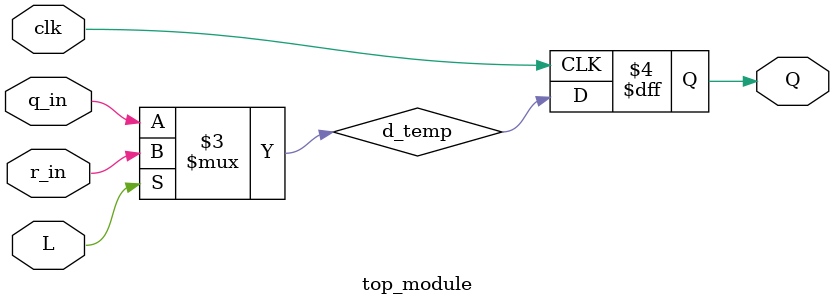
<source format=v>
module top_module (
	input clk,
	input L,
	input r_in,
	input q_in,
	output reg Q);
wire d_temp;
    always @(posedge clk ) begin
        Q <= d_temp;
    end
    assign d_temp = (~L) ? q_in:r_in;
endmodule
</source>
